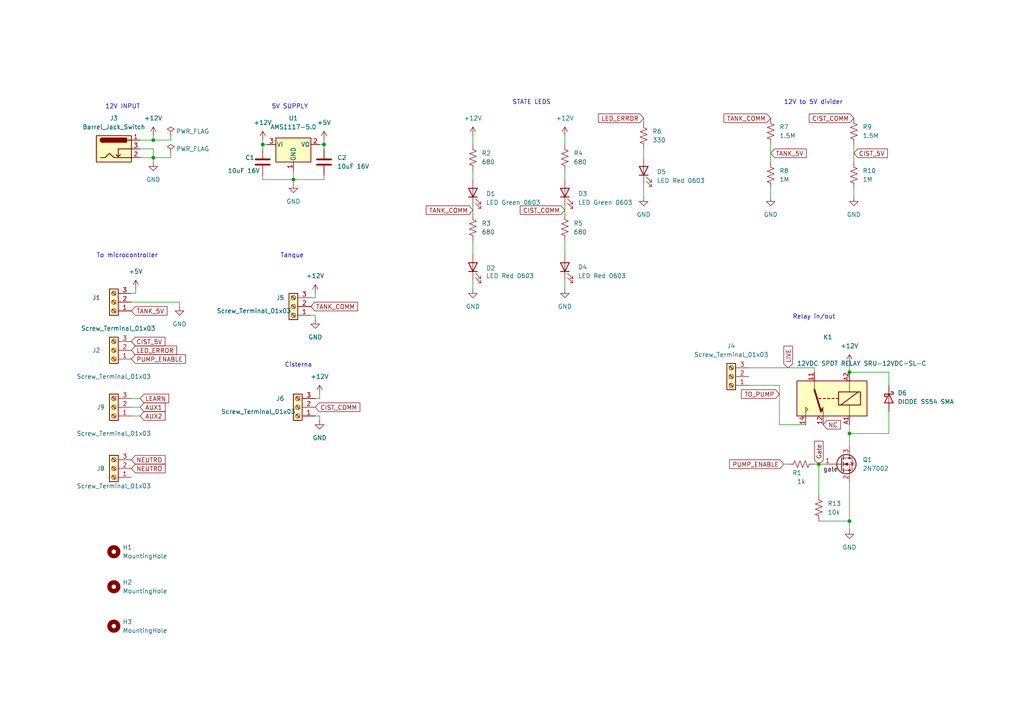
<source format=kicad_sch>
(kicad_sch (version 20211123) (generator eeschema)
  (paper "A4")
  (title_block (title "Water Pump Controller") (date "2022-12-13") (rev "0") (company "Rodrigo Maero"))
  (lib_symbols
    (symbol "Connector:Barrel_Jack_Switch" (pin_names hide)
      (property "Reference" "J" (at 0 5.334 0))
      (property "Value" "Barrel_Jack_Switch" (at 0 -5.08 0))
      (symbol "Barrel_Jack_Switch_0_1"
        (rectangle (start -5.08 3.81) (end 5.08 -3.81) (stroke (width 0.254)) (fill (type background)))
        (arc (start -3.302 3.175) (mid -3.937 2.54) (end -3.302 1.905) (stroke (width 0.254)))
        (arc (start -3.302 3.175) (mid -3.937 2.54) (end -3.302 1.905) (stroke (width 0.254)) (fill (type outline)))
        (polyline (pts (xy 1.27 -2.286) (xy 1.905 -1.651)) (stroke (width 0.254)))
        (polyline (pts (xy 5.08 2.54) (xy 3.81 2.54)) (stroke (width 0.254)))
        (polyline (pts (xy 5.08 0) (xy 1.27 0) (xy 1.27 -2.286) (xy 0.635 -1.651)) (stroke (width 0.254)))
        (polyline (pts (xy -3.81 -2.54) (xy -2.54 -2.54) (xy -1.27 -1.27) (xy 0 -2.54) (xy 2.54 -2.54) (xy 5.08 -2.54)) (stroke (width 0.254)))
        (rectangle (start 3.683 3.175) (end -3.302 1.905) (stroke (width 0.254)) (fill (type outline)))
      )
      (symbol "Barrel_Jack_Switch_1_1"
        (pin passive line (at 7.62 2.54 180) (length 2.54) (name "~") (number "1"))
        (pin passive line (at 7.62 -2.54 180) (length 2.54) (name "~") (number "2"))
        (pin passive line (at 7.62 0 180) (length 2.54) (name "~") (number "3"))
      )
    )
    (symbol "Connector:Screw_Terminal_01x03" (pin_names (offset 1.016) hide)
      (property "Reference" "J" (at 0 5.08 0))
      (property "Value" "Screw_Terminal_01x03" (at 0 -5.08 0))
      (symbol "Screw_Terminal_01x03_1_1"
        (rectangle (start -1.27 3.81) (end 1.27 -3.81) (stroke (width 0.254)) (fill (type background)))
        (circle (center 0 -2.54) (radius 0.635) (stroke (width 0.1524)))
        (polyline (pts (xy -0.5334 -2.2098) (xy 0.3302 -3.048)) (stroke (width 0.1524)))
        (polyline (pts (xy -0.5334 0.3302) (xy 0.3302 -0.508)) (stroke (width 0.1524)))
        (polyline (pts (xy -0.5334 2.8702) (xy 0.3302 2.032)) (stroke (width 0.1524)))
        (polyline (pts (xy -0.3556 -2.032) (xy 0.508 -2.8702)) (stroke (width 0.1524)))
        (polyline (pts (xy -0.3556 0.508) (xy 0.508 -0.3302)) (stroke (width 0.1524)))
        (polyline (pts (xy -0.3556 3.048) (xy 0.508 2.2098)) (stroke (width 0.1524)))
        (circle (center 0 0) (radius 0.635) (stroke (width 0.1524)))
        (circle (center 0 2.54) (radius 0.635) (stroke (width 0.1524)))
        (pin passive line (at -5.08 2.54 0) (length 3.81) (name "Pin_1") (number "1"))
        (pin passive line (at -5.08 0 0) (length 3.81) (name "Pin_2") (number "2"))
        (pin passive line (at -5.08 -2.54 0) (length 3.81) (name "Pin_3") (number "3"))
      )
    )
    (symbol "Device:C" (pin_numbers hide) (pin_names (offset 0.254))
      (property "Reference" "C" (at 0.635 2.54 0))
      (property "Value" "C" (at 0.635 -2.54 0))
      (symbol "C_0_1"
        (polyline (pts (xy -2.032 -0.762) (xy 2.032 -0.762)) (stroke (width 0.508)))
        (polyline (pts (xy -2.032 0.762) (xy 2.032 0.762)) (stroke (width 0.508)))
      )
      (symbol "C_1_1"
        (pin passive line (at 0 3.81 270) (length 2.794) (name "~") (number "1"))
        (pin passive line (at 0 -3.81 90) (length 2.794) (name "~") (number "2"))
      )
    )
    (symbol "Device:LED" (pin_numbers hide) (pin_names (offset 1.016) hide)
      (property "Reference" "D" (at 0 2.54 0))
      (property "Value" "LED" (at 0 -2.54 0))
      (symbol "LED_0_1"
        (polyline (pts (xy -1.27 -1.27) (xy -1.27 1.27)) (stroke (width 0.254)))
        (polyline (pts (xy -1.27 0) (xy 1.27 0)))
        (polyline (pts (xy 1.27 -1.27) (xy 1.27 1.27) (xy -1.27 0) (xy 1.27 -1.27)) (stroke (width 0.254)))
        (polyline (pts (xy -3.048 -0.762) (xy -4.572 -2.286) (xy -3.81 -2.286) (xy -4.572 -2.286) (xy -4.572 -1.524)))
        (polyline (pts (xy -1.778 -0.762) (xy -3.302 -2.286) (xy -2.54 -2.286) (xy -3.302 -2.286) (xy -3.302 -1.524)))
      )
      (symbol "LED_1_1"
        (pin passive line (at -3.81 0 0) (length 2.54) (name "K") (number "1"))
        (pin passive line (at 3.81 0 180) (length 2.54) (name "A") (number "2"))
      )
    )
    (symbol "Device:R_US" (pin_numbers hide) (pin_names (offset 0))
      (property "Reference" "R" (at 2.54 0 90))
      (property "Value" "R_US" (at -2.54 0 90))
      (symbol "R_US_0_1"
        (polyline (pts (xy 0 -2.286) (xy 0 -2.54)))
        (polyline (pts (xy 0 2.286) (xy 0 2.54)))
        (polyline (pts (xy 0 -0.762) (xy 1.016 -1.143) (xy 0 -1.524) (xy -1.016 -1.905) (xy 0 -2.286)))
        (polyline (pts (xy 0 0.762) (xy 1.016 0.381) (xy 0 0) (xy -1.016 -0.381) (xy 0 -0.762)))
        (polyline (pts (xy 0 2.286) (xy 1.016 1.905) (xy 0 1.524) (xy -1.016 1.143) (xy 0 0.762)))
      )
      (symbol "R_US_1_1"
        (pin passive line (at 0 3.81 270) (length 1.27) (name "~") (number "1"))
        (pin passive line (at 0 -3.81 90) (length 1.27) (name "~") (number "2"))
      )
    )
    (symbol "Diode:B150-E3" (pin_numbers hide) (pin_names hide)
      (property "Reference" "D" (at 0 2.54 0))
      (property "Value" "B150-E3" (at 0 -2.54 0))
      (symbol "B150-E3_0_1"
        (polyline (pts (xy 1.27 0) (xy -1.27 0)))
        (polyline (pts (xy 1.27 1.27) (xy 1.27 -1.27) (xy -1.27 0) (xy 1.27 1.27)) (stroke (width 0.254)))
        (polyline (pts (xy -1.905 0.635) (xy -1.905 1.27) (xy -1.27 1.27) (xy -1.27 -1.27) (xy -0.635 -1.27) (xy -0.635 -0.635)) (stroke (width 0.254)))
      )
      (symbol "B150-E3_1_1"
        (pin passive line (at -3.81 0 0) (length 2.54) (name "K") (number "1"))
        (pin passive line (at 3.81 0 180) (length 2.54) (name "A") (number "2"))
      )
    )
    (symbol "Mechanical:MountingHole" (pin_names (offset 1.016))
      (property "Reference" "H" (at 0 5.08 0))
      (property "Value" "MountingHole" (at 0 3.175 0))
      (symbol "MountingHole_0_1"
        (circle (center 0 0) (radius 1.27) (stroke (width 1.27)))
      )
    )
    (symbol "Regulator_Linear:AP1117-50" (pin_names (offset 0.254))
      (property "Reference" "U" (at -3.81 3.175 0))
      (property "Value" "AP1117-50" (at 0 3.175 0))
      (symbol "AP1117-50_0_1"
        (rectangle (start -5.08 -5.08) (end 5.08 1.905) (stroke (width 0.254)) (fill (type background)))
      )
      (symbol "AP1117-50_1_1"
        (pin power_in line (at 0 -7.62 90) (length 2.54) (name "GND") (number "1"))
        (pin power_out line (at 7.62 0 180) (length 2.54) (name "VO") (number "2"))
        (pin power_in line (at -7.62 0 0) (length 2.54) (name "VI") (number "3"))
      )
    )
    (symbol "Relay:FINDER-36.11"
      (property "Reference" "K" (at 11.43 3.81 0))
      (property "Value" "FINDER-36.11" (at 11.43 1.27 0))
      (symbol "FINDER-36.11_0_0"
        (polyline (pts (xy 2.54 3.81) (xy 2.54 5.08)))
        (polyline (pts (xy 7.62 3.81) (xy 7.62 5.08)))
        (polyline (pts (xy 7.62 3.81) (xy 7.62 2.54) (xy 6.985 3.175) (xy 7.62 3.81)))
      )
      (symbol "FINDER-36.11_0_1"
        (rectangle (start -10.16 5.08) (end 10.16 -5.08) (stroke (width 0.254)) (fill (type background)))
        (rectangle (start -8.255 1.905) (end -1.905 -1.905) (stroke (width 0.254)))
        (polyline (pts (xy -7.62 -1.905) (xy -2.54 1.905)) (stroke (width 0.254)))
        (polyline (pts (xy -5.08 -5.08) (xy -5.08 -1.905)))
        (polyline (pts (xy -5.08 5.08) (xy -5.08 1.905)))
        (polyline (pts (xy -1.905 0) (xy -1.27 0)) (stroke (width 0.254)))
        (polyline (pts (xy -0.635 0) (xy 0 0)) (stroke (width 0.254)))
        (polyline (pts (xy 0.635 0) (xy 1.27 0)) (stroke (width 0.254)))
        (polyline (pts (xy 0.635 0) (xy 1.27 0)) (stroke (width 0.254)))
        (polyline (pts (xy 1.905 0) (xy 2.54 0)) (stroke (width 0.254)))
        (polyline (pts (xy 3.175 0) (xy 3.81 0)) (stroke (width 0.254)))
        (polyline (pts (xy 5.08 -2.54) (xy 3.175 3.81)) (stroke (width 0.508)))
        (polyline (pts (xy 5.08 -2.54) (xy 5.08 -5.08)))
        (polyline (pts (xy 2.54 2.54) (xy 3.175 3.175) (xy 2.54 3.81)) (fill (type outline)))
      )
      (symbol "FINDER-36.11_1_1"
        (pin passive line (at 5.08 -7.62 90) (length 2.54) (name "~") (number "11"))
        (pin passive line (at 2.54 7.62 270) (length 2.54) (name "~") (number "12"))
        (pin passive line (at 7.62 7.62 270) (length 2.54) (name "~") (number "14"))
        (pin passive line (at -5.08 7.62 270) (length 2.54) (name "~") (number "A1"))
        (pin passive line (at -5.08 -7.62 90) (length 2.54) (name "~") (number "A2"))
      )
    )
    (symbol "Transistor_FET:BS170F" (pin_names hide)
      (property "Reference" "Q" (at 5.08 1.905 0))
      (property "Value" "BS170F" (at 5.08 0 0))
      (symbol "BS170F_0_1"
        (polyline (pts (xy 0.254 0) (xy -2.54 0)))
        (polyline (pts (xy 0.254 1.905) (xy 0.254 -1.905)) (stroke (width 0.254)))
        (polyline (pts (xy 0.762 -1.27) (xy 0.762 -2.286)) (stroke (width 0.254)))
        (polyline (pts (xy 0.762 0.508) (xy 0.762 -0.508)) (stroke (width 0.254)))
        (polyline (pts (xy 0.762 2.286) (xy 0.762 1.27)) (stroke (width 0.254)))
        (polyline (pts (xy 2.54 2.54) (xy 2.54 1.778)))
        (polyline (pts (xy 2.54 -2.54) (xy 2.54 0) (xy 0.762 0)))
        (polyline (pts (xy 0.762 -1.778) (xy 3.302 -1.778) (xy 3.302 1.778) (xy 0.762 1.778)))
        (polyline (pts (xy 1.016 0) (xy 2.032 0.381) (xy 2.032 -0.381) (xy 1.016 0)) (fill (type outline)))
        (polyline (pts (xy 2.794 0.508) (xy 2.921 0.381) (xy 3.683 0.381) (xy 3.81 0.254)))
        (polyline (pts (xy 3.302 0.381) (xy 2.921 -0.254) (xy 3.683 -0.254) (xy 3.302 0.381)))
        (circle (center 1.651 0) (radius 2.794) (stroke (width 0.254)))
        (circle (center 2.54 -1.778) (radius 0.254) (fill (type outline)))
        (circle (center 2.54 1.778) (radius 0.254) (fill (type outline)))
      )
      (symbol "BS170F_1_1"
        (pin input line (at -5.08 0 0) (length 2.54) (name "G") (number "1"))
        (pin passive line (at 2.54 -5.08 90) (length 2.54) (name "S") (number "2"))
        (pin passive line (at 2.54 5.08 270) (length 2.54) (name "D") (number "3"))
      )
    )
    (symbol "power:+12V" (power) (pin_names (offset 0))
      (property "Value" "+12V" (at 0 3.556 0))
      (symbol "+12V_0_1"
        (polyline (pts (xy -0.762 1.27) (xy 0 2.54)))
        (polyline (pts (xy 0 0) (xy 0 2.54)))
        (polyline (pts (xy 0 2.54) (xy 0.762 1.27)))
      )
      (symbol "+12V_1_1"
        (pin power_in line (at 0 0 90) (length 0) hide (name "+12V") (number "1"))
      )
    )
    (symbol "power:+5V" (power) (pin_names (offset 0))
      (property "Value" "+5V" (at 0 3.556 0))
      (symbol "+5V_0_1"
        (polyline (pts (xy -0.762 1.27) (xy 0 2.54)))
        (polyline (pts (xy 0 0) (xy 0 2.54)))
        (polyline (pts (xy 0 2.54) (xy 0.762 1.27)))
      )
      (symbol "+5V_1_1"
        (pin power_in line (at 0 0 90) (length 0) hide (name "+5V") (number "1"))
      )
    )
    (symbol "power:GND" (power) (pin_names (offset 0))
      (property "Value" "GND" (at 0 -3.81 0))
      (symbol "GND_0_1"
        (polyline (pts (xy 0 0) (xy 0 -1.27) (xy 1.27 -1.27) (xy 0 -2.54) (xy -1.27 -1.27) (xy 0 -1.27)))
      )
      (symbol "GND_1_1"
        (pin power_in line (at 0 0 270) (length 0) hide (name "GND") (number "1"))
      )
    )
    (symbol "power:PWR_FLAG" (power) (pin_numbers hide) (pin_names (offset 0) hide)
      (property "Value" "PWR_FLAG" (at 0 3.81 0))
      (symbol "PWR_FLAG_0_0"
        (pin power_out line (at 0 0 90) (length 0) (name "pwr") (number "1"))
      )
      (symbol "PWR_FLAG_0_1"
        (polyline (pts (xy 0 0) (xy 0 1.27) (xy -1.016 1.905) (xy 0 2.54) (xy 1.016 1.905) (xy 0 1.27)))
      )
    )
  )
  (junction (at 237.49 134.62))
  (junction (at 85.09 52.07))
  (junction (at 246.38 151.13))
  (junction (at 44.45 45.72))
  (junction (at 93.98 41.91))
  (junction (at 44.45 40.64))
  (junction (at 246.38 107.95))
  (junction (at 76.2 41.91))
  (junction (at 246.38 125.73))
  (wire (pts (xy 38.1 85.09) (xy 39.37 85.09)))
  (wire (pts (xy 38.1 87.63) (xy 52.07 87.63)))
  (wire (pts (xy 246.38 125.73) (xy 246.38 129.54)))
  (wire (pts (xy 90.17 86.36) (xy 91.44 86.36)))
  (wire (pts (xy 246.38 123.19) (xy 246.38 125.73)))
  (wire (pts (xy 137.16 59.69) (xy 137.16 62.23)))
  (wire (pts (xy 40.64 40.64) (xy 44.45 40.64)))
  (wire (pts (xy 91.44 91.44) (xy 91.44 92.71)))
  (wire (pts (xy 257.81 119.38) (xy 257.81 125.73)))
  (wire (pts (xy 76.2 52.07) (xy 85.09 52.07)))
  (wire (pts (xy 93.98 40.64) (xy 93.98 41.91)))
  (wire (pts (xy 246.38 105.41) (xy 246.38 107.95)))
  (wire (pts (xy 237.49 151.13) (xy 246.38 151.13)))
  (wire (pts (xy 52.07 87.63) (xy 52.07 88.9)))
  (wire (pts (xy 92.71 41.91) (xy 93.98 41.91)))
  (wire (pts (xy 163.83 39.37) (xy 163.83 41.91)))
  (wire (pts (xy 247.65 41.91) (xy 247.65 46.99)))
  (wire (pts (xy 85.09 52.07) (xy 85.09 53.34)))
  (wire (pts (xy 93.98 50.8) (xy 93.98 52.07)))
  (wire (pts (xy 227.33 134.62) (xy 228.6 134.62)))
  (wire (pts (xy 237.49 134.62) (xy 238.76 134.62)))
  (wire (pts (xy 85.09 49.53) (xy 85.09 52.07)))
  (wire (pts (xy 93.98 52.07) (xy 85.09 52.07)))
  (wire (pts (xy 38.1 115.57) (xy 40.64 115.57)))
  (wire (pts (xy 76.2 40.64) (xy 76.2 41.91)))
  (wire (pts (xy 257.81 125.73) (xy 246.38 125.73)))
  (wire (pts (xy 257.81 107.95) (xy 257.81 111.76)))
  (wire (pts (xy 44.45 43.18) (xy 40.64 43.18)))
  (wire (pts (xy 44.45 45.72) (xy 44.45 46.99)))
  (wire (pts (xy 236.22 134.62) (xy 237.49 134.62)))
  (wire (pts (xy 186.69 43.18) (xy 186.69 45.72)))
  (wire (pts (xy 137.16 69.85) (xy 137.16 73.66)))
  (wire (pts (xy 38.1 118.11) (xy 40.64 118.11)))
  (wire (pts (xy 226.06 123.19) (xy 233.68 123.19)))
  (wire (pts (xy 246.38 107.95) (xy 257.81 107.95)))
  (wire (pts (xy 217.17 111.76) (xy 226.06 111.76)))
  (wire (pts (xy 40.64 45.72) (xy 44.45 45.72)))
  (wire (pts (xy 236.22 106.68) (xy 236.22 107.95)))
  (wire (pts (xy 163.83 81.28) (xy 163.83 83.82)))
  (wire (pts (xy 137.16 39.37) (xy 137.16 41.91)))
  (wire (pts (xy 223.52 41.91) (xy 223.52 46.99)))
  (wire (pts (xy 163.83 69.85) (xy 163.83 73.66)))
  (wire (pts (xy 44.45 45.72) (xy 44.45 43.18)))
  (wire (pts (xy 92.71 121.92) (xy 92.71 120.65)))
  (wire (pts (xy 49.53 44.45) (xy 49.53 45.72)))
  (wire (pts (xy 49.53 39.37) (xy 49.53 40.64)))
  (wire (pts (xy 39.37 85.09) (xy 39.37 83.82)))
  (wire (pts (xy 237.49 134.62) (xy 237.49 143.51)))
  (wire (pts (xy 38.1 120.65) (xy 40.64 120.65)))
  (wire (pts (xy 44.45 40.64) (xy 49.53 40.64)))
  (wire (pts (xy 44.45 45.72) (xy 49.53 45.72)))
  (wire (pts (xy 91.44 86.36) (xy 91.44 85.09)))
  (wire (pts (xy 76.2 50.8) (xy 76.2 52.07)))
  (wire (pts (xy 186.69 53.34) (xy 186.69 57.15)))
  (wire (pts (xy 247.65 54.61) (xy 247.65 57.15)))
  (wire (pts (xy 217.17 106.68) (xy 236.22 106.68)))
  (wire (pts (xy 163.83 49.53) (xy 163.83 52.07)))
  (wire (pts (xy 76.2 41.91) (xy 77.47 41.91)))
  (wire (pts (xy 76.2 41.91) (xy 76.2 43.18)))
  (wire (pts (xy 186.69 34.29) (xy 186.69 35.56)))
  (wire (pts (xy 137.16 49.53) (xy 137.16 52.07)))
  (wire (pts (xy 91.44 115.57) (xy 92.71 115.57)))
  (wire (pts (xy 93.98 41.91) (xy 93.98 43.18)))
  (wire (pts (xy 44.45 39.37) (xy 44.45 40.64)))
  (wire (pts (xy 226.06 111.76) (xy 226.06 123.19)))
  (wire (pts (xy 92.71 115.57) (xy 92.71 114.3)))
  (wire (pts (xy 92.71 120.65) (xy 91.44 120.65)))
  (wire (pts (xy 223.52 54.61) (xy 223.52 57.15)))
  (wire (pts (xy 90.17 91.44) (xy 91.44 91.44)))
  (wire (pts (xy 163.83 59.69) (xy 163.83 62.23)))
  (wire (pts (xy 246.38 139.7) (xy 246.38 151.13)))
  (wire (pts (xy 137.16 81.28) (xy 137.16 83.82)))
  (wire (pts (xy 246.38 151.13) (xy 246.38 153.67)))
  (text "Relay in/out" (at 229.87 92.71 0) (effects (font (size 1.27 1.27)) (justify left bottom)))
  (text "Cisterna" (at 82.55 106.68 0) (effects (font (size 1.27 1.27)) (justify left bottom)))
  (text "To microcontroller\n" (at 27.94 74.93 0) (effects (font (size 1.27 1.27)) (justify left bottom)))
  (text "Tanque" (at 81.28 74.93 0) (effects (font (size 1.27 1.27)) (justify left bottom)))
  (text "12V INPUT" (at 30.48 31.75 0) (effects (font (size 1.27 1.27)) (justify left bottom)))
  (text "12V to 5V divider" (at 227.33 30.48 0) (effects (font (size 1.27 1.27)) (justify left bottom)))
  (text "5V SUPPLY" (at 78.74 31.75 0) (effects (font (size 1.27 1.27)) (justify left bottom)))
  (text "STATE LEDS" (at 148.59 30.48 0) (effects (font (size 1.27 1.27)) (justify left bottom)))
  (label "gate" (at 238.76 137.16 0))
  (global_label "CIST_COMM" (shape input) (at 91.44 118.11 0) (property "Intersheet References" "${INTERSHEET_REFS}" (effects hide)))
  (global_label "NEUTRO" (shape input) (at 38.1 133.35 0) (property "Intersheet References" "${INTERSHEET_REFS}" (effects hide)))
  (global_label "CIST_5V" (shape input) (at 38.1 99.06 0) (property "Intersheet References" "${INTERSHEET_REFS}" (effects hide)))
  (global_label "TANK_COMM" (shape input) (at 137.16 60.96 180) (property "Intersheet References" "${INTERSHEET_REFS}" (effects hide)))
  (global_label "PUMP_ENABLE" (shape input) (at 227.33 134.62 180) (property "Intersheet References" "${INTERSHEET_REFS}" (effects hide)))
  (global_label "TANK_COMM" (shape input) (at 223.52 34.29 180) (property "Intersheet References" "${INTERSHEET_REFS}" (effects hide)))
  (global_label "AUX2" (shape input) (at 40.64 120.65 0) (property "Intersheet References" "${INTERSHEET_REFS}" (effects hide)))
  (global_label "LED_ERROR" (shape input) (at 186.69 34.29 180) (property "Intersheet References" "${INTERSHEET_REFS}" (effects hide)))
  (global_label "LED_ERROR" (shape input) (at 38.1 101.6 0) (property "Intersheet References" "${INTERSHEET_REFS}" (effects hide)))
  (global_label "TANK_5V" (shape input) (at 38.1 90.17 0) (property "Intersheet References" "${INTERSHEET_REFS}" (effects hide)))
  (global_label "TANK_5V" (shape input) (at 223.52 44.45 0) (property "Intersheet References" "${INTERSHEET_REFS}" (effects hide)))
  (global_label "LEARN" (shape input) (at 40.64 115.57 0) (property "Intersheet References" "${INTERSHEET_REFS}" (effects hide)))
  (global_label "CIST_5V" (shape input) (at 247.65 44.45 0) (property "Intersheet References" "${INTERSHEET_REFS}" (effects hide)))
  (global_label "NEUTRO" (shape input) (at 38.1 135.89 0) (property "Intersheet References" "${INTERSHEET_REFS}" (effects hide)))
  (global_label "PUMP_ENABLE" (shape input) (at 38.1 104.14 0) (property "Intersheet References" "${INTERSHEET_REFS}" (effects hide)))
  (global_label "CIST_COMM" (shape input) (at 247.65 34.29 180) (property "Intersheet References" "${INTERSHEET_REFS}" (effects hide)))
  (global_label "AUX1" (shape input) (at 40.64 118.11 0) (property "Intersheet References" "${INTERSHEET_REFS}" (effects hide)))
  (global_label "TO_PUMP" (shape input) (at 226.06 114.3 180) (property "Intersheet References" "${INTERSHEET_REFS}" (effects hide)))
  (global_label "NC" (shape input) (at 238.76 123.19 0) (property "Intersheet References" "${INTERSHEET_REFS}" (effects hide)))
  (global_label "CIST_COMM" (shape input) (at 163.83 60.96 180) (property "Intersheet References" "${INTERSHEET_REFS}" (effects hide)))
  (global_label "LIVE" (shape input) (at 228.6 106.68 90) (property "Intersheet References" "${INTERSHEET_REFS}" (effects hide)))
  (global_label "TANK_COMM" (shape input) (at 90.17 88.9 0) (property "Intersheet References" "${INTERSHEET_REFS}" (effects hide)))
  (global_label "Gate" (shape input) (at 237.49 134.62 90) (property "Intersheet References" "${INTERSHEET_REFS}" (effects hide)))
  (symbol (lib_id "power:GND") (at 246.38 153.67 0) (unit 1)
    (property "Reference" "#PWR010" (effects hide))
    (property "Value" "GND" (at 246.38 158.75 0))
  )
  (symbol (lib_id "power:+12V") (at 163.83 39.37 0) (unit 1)
    (property "Reference" "#PWR016" (effects hide))
    (property "Value" "+12V" (at 163.83 34.29 0))
  )
  (symbol (lib_id "power:GND") (at 247.65 57.15 0) (unit 1)
    (property "Reference" "#PWR020" (effects hide))
    (property "Value" "GND" (at 247.65 62.23 0))
  )
  (symbol (lib_id "Device:R_US") (at 247.65 38.1 0) (unit 1)
    (property "Reference" "R9" (at 250.19 36.8299 0) (effects (justify left)))
    (property "Value" "1.5M" (at 250.19 39.3699 0) (effects (justify left)))
    (property "Footprint" "Resistor_SMD:R_0603_1608Metric" (effects hide))
  )
  (symbol (lib_id "power:+5V") (at 39.37 83.82 0) (unit 1)
    (property "Reference" "#PWR01" (effects hide))
    (property "Value" "+5V" (at 39.37 78.74 0))
  )
  (symbol (lib_id "power:GND") (at 163.83 83.82 0) (unit 1)
    (property "Reference" "#PWR017" (effects hide))
    (property "Value" "GND" (at 163.83 88.9 0))
  )
  (symbol (lib_id "Device:R_US") (at 247.65 50.8 0) (unit 1)
    (property "Reference" "R10" (at 250.19 49.5299 0) (effects (justify left)))
    (property "Value" "1M" (at 250.19 52.0699 0) (effects (justify left)))
    (property "Footprint" "Resistor_SMD:R_0603_1608Metric" (effects hide))
  )
  (symbol (lib_id "power:GND") (at 137.16 83.82 0) (unit 1)
    (property "Reference" "#PWR013" (effects hide))
    (property "Value" "GND" (at 137.16 88.9 0))
  )
  (symbol (lib_id "Transistor_FET:BS170F") (at 243.84 134.62 0) (unit 1)
    (property "Reference" "Q1" (at 250.19 133.3499 0) (effects (justify left)))
    (property "Value" "2N7002" (at 250.19 135.8899 0) (effects (justify left)))
    (property "Footprint" "Package_TO_SOT_SMD:SOT-23" (effects hide))
    (property "Datasheet" "https://ar.mouser.com/datasheet/2/916/2N7002H-2909812.pdf" (effects hide))
  )
  (symbol (lib_id "Mechanical:MountingHole") (at 33.02 170.18 0) (unit 1)
    (property "Reference" "H2" (at 35.56 168.9099 0) (effects (justify left)))
    (property "Value" "MountingHole" (at 35.56 171.4499 0) (effects (justify left)))
    (property "Footprint" "MountingHole:MountingHole_3.2mm_M3" (effects hide))
  )
  (symbol (lib_id "Device:R_US") (at 232.41 134.62 90) (unit 1)
    (property "Reference" "R1" (at 231.14 137.16 90))
    (property "Value" "1k" (at 232.41 139.7 90))
    (property "Footprint" "Resistor_SMD:R_0603_1608Metric" (effects hide))
  )
  (symbol (lib_id "power:GND") (at 85.09 53.34 0) (unit 1)
    (property "Reference" "#PWR014" (effects hide))
    (property "Value" "GND" (at 85.09 58.42 0))
  )
  (symbol (lib_id "Relay:FINDER-36.11") (at 241.3 115.57 180) (unit 1)
    (property "Reference" "K1" (at 238.76 97.79 0) (effects (justify right)))
    (property "Value" "12VDC SPDT RELAY SRU-12VDC-SL-C" (at 231.14 105.41 0) (effects (justify right)))
    (property "Footprint" "Relay_THT:Relay_SPDT_Finder_36.11" (effects hide))
    (property "Datasheet" "https://gfinder.findernet.com/public/attachments/36/EN/S36EN.pdf" (effects hide))
  )
  (symbol (lib_id "Connector:Screw_Terminal_01x03") (at 33.02 135.89 180) (unit 1)
    (property "Reference" "J8" (at 29.21 135.89 0))
    (property "Value" "Screw_Terminal_01x03" (at 33.02 140.97 0))
    (property "Footprint" "TerminalBlock:TerminalBlock_bornier-3_P5.08mm" (effects hide))
  )
  (symbol (lib_id "Mechanical:MountingHole") (at 33.02 181.61 0) (unit 1)
    (property "Reference" "H3" (at 35.56 180.3399 0) (effects (justify left)))
    (property "Value" "MountingHole" (at 35.56 182.8799 0) (effects (justify left)))
    (property "Footprint" "MountingHole:MountingHole_3.2mm_M3" (effects hide))
  )
  (symbol (lib_id "Mechanical:MountingHole") (at 33.02 160.02 0) (unit 1)
    (property "Reference" "H1" (at 35.56 158.7499 0) (effects (justify left)))
    (property "Value" "MountingHole" (at 35.56 161.2899 0) (effects (justify left)))
    (property "Footprint" "MountingHole:MountingHole_3.2mm_M3" (effects hide))
  )
  (symbol (lib_id "Device:LED") (at 163.83 77.47 90) (unit 1)
    (property "Reference" "D4" (at 167.64 77.47 90) (effects (justify right)))
    (property "Value" "LED Red 0603" (at 167.64 80.01 90) (effects (justify right)))
    (property "Footprint" "LED_SMD:LED_0603_1608Metric" (effects hide))
  )
  (symbol (lib_id "Connector:Screw_Terminal_01x03") (at 33.02 101.6 180) (unit 1)
    (property "Reference" "J2" (at 27.94 101.6 0))
    (property "Value" "Screw_Terminal_01x03" (at 33.02 109.22 0))
    (property "Footprint" "TerminalBlock:TerminalBlock_bornier-3_P5.08mm" (effects hide))
  )
  (symbol (lib_id "Device:R_US") (at 223.52 50.8 0) (unit 1)
    (property "Reference" "R8" (at 226.06 49.5299 0) (effects (justify left)))
    (property "Value" "1M" (at 226.06 52.0699 0) (effects (justify left)))
    (property "Footprint" "Resistor_SMD:R_0603_1608Metric" (effects hide))
  )
  (symbol (lib_id "power:+12V") (at 44.45 39.37 0) (unit 1)
    (property "Reference" "#PWR02" (effects hide))
    (property "Value" "+12V" (at 44.45 34.29 0))
  )
  (symbol (lib_id "Device:R_US") (at 163.83 66.04 0) (unit 1)
    (property "Reference" "R5" (at 166.37 64.7699 0) (effects (justify left)))
    (property "Value" "680" (at 166.37 67.3099 0) (effects (justify left)))
    (property "Footprint" "Resistor_SMD:R_0603_1608Metric" (effects hide))
  )
  (symbol (lib_id "power:GND") (at 44.45 46.99 0) (unit 1)
    (property "Reference" "#PWR03" (effects hide))
    (property "Value" "GND" (at 44.45 52.07 0))
  )
  (symbol (lib_id "Connector:Screw_Terminal_01x03") (at 86.36 118.11 180) (unit 1)
    (property "Reference" "J6" (at 81.28 115.57 0))
    (property "Value" "Screw_Terminal_01x03" (at 74.93 119.38 0))
    (property "Footprint" "TerminalBlock:TerminalBlock_bornier-3_P5.08mm" (effects hide))
  )
  (symbol (lib_id "power:+5V") (at 93.98 40.64 0) (unit 1)
    (property "Reference" "#PWR015" (effects hide))
    (property "Value" "+5V" (at 93.98 35.56 0))
  )
  (symbol (lib_id "Device:LED") (at 186.69 49.53 90) (unit 1)
    (property "Reference" "D5" (at 190.5 49.8474 90) (effects (justify right)))
    (property "Value" "LED Red 0603" (at 190.5 52.3874 90) (effects (justify right)))
    (property "Footprint" "LED_SMD:LED_0603_1608Metric" (effects hide))
  )
  (symbol (lib_id "power:GND") (at 223.52 57.15 0) (unit 1)
    (property "Reference" "#PWR019" (effects hide))
    (property "Value" "GND" (at 223.52 62.23 0))
  )
  (symbol (lib_id "Diode:B150-E3") (at 257.81 115.57 270) (unit 1)
    (property "Reference" "D6" (at 260.35 113.9824 90) (effects (justify left)))
    (property "Value" "DIODE SS54 SMA" (at 260.35 116.5224 90) (effects (justify left)))
    (property "Footprint" "Diode_SMD:D_SMA" (effects hide))
    (property "Datasheet" "http://www.vishay.com/docs/88946/b120.pdf" (effects hide))
  )
  (symbol (lib_id "power:+12V") (at 76.2 40.64 0) (unit 1)
    (property "Reference" "#PWR011" (effects hide))
    (property "Value" "+12V" (at 76.2 35.56 0))
  )
  (symbol (lib_id "Device:R_US") (at 223.52 38.1 0) (unit 1)
    (property "Reference" "R7" (at 226.06 36.8299 0) (effects (justify left)))
    (property "Value" "1.5M" (at 226.06 39.3699 0) (effects (justify left)))
    (property "Footprint" "Resistor_SMD:R_0603_1608Metric" (effects hide))
  )
  (symbol (lib_id "Device:LED") (at 163.83 55.88 90) (unit 1)
    (property "Reference" "D3" (at 167.64 56.1974 90) (effects (justify right)))
    (property "Value" "LED Green 0603" (at 167.64 58.7374 90) (effects (justify right)))
    (property "Footprint" "LED_SMD:LED_0603_1608Metric" (effects hide))
  )
  (symbol (lib_id "Device:R_US") (at 137.16 66.04 0) (unit 1)
    (property "Reference" "R3" (at 139.7 64.7699 0) (effects (justify left)))
    (property "Value" "680" (at 139.7 67.3099 0) (effects (justify left)))
    (property "Footprint" "Resistor_SMD:R_0603_1608Metric" (effects hide))
  )
  (symbol (lib_id "power:PWR_FLAG") (at 49.53 44.45 0) (unit 1)
    (property "Reference" "#FLG0102" (effects hide))
    (property "Value" "PWR_FLAG" (at 55.88 43.18 0))
  )
  (symbol (lib_id "Regulator_Linear:AP1117-50") (at 85.09 41.91 0) (unit 1)
    (property "Reference" "U1" (at 85.09 34.29 0))
    (property "Value" "AMS1117-5.0" (at 85.09 36.83 0))
    (property "Footprint" "Package_TO_SOT_SMD:SOT-223-3_TabPin2" (effects hide))
    (property "Datasheet" "http://www.diodes.com/datasheets/AP1117.pdf" (effects hide))
  )
  (symbol (lib_id "Device:R_US") (at 237.49 147.32 0) (unit 1)
    (property "Reference" "R13" (at 240.03 146.0499 0) (effects (justify left)))
    (property "Value" "10k" (at 240.03 148.59 0) (effects (justify left)))
    (property "Footprint" "Resistor_SMD:R_0603_1608Metric" (effects hide))
  )
  (symbol (lib_id "power:PWR_FLAG") (at 49.53 39.37 0) (unit 1)
    (property "Reference" "#FLG0101" (effects hide))
    (property "Value" "PWR_FLAG" (at 55.88 38.1 0))
  )
  (symbol (lib_id "power:GND") (at 186.69 57.15 0) (unit 1)
    (property "Reference" "#PWR018" (effects hide))
    (property "Value" "GND" (at 186.69 62.23 0))
  )
  (symbol (lib_id "Device:LED") (at 137.16 77.47 90) (unit 1)
    (property "Reference" "D2" (at 140.97 77.7874 90) (effects (justify right)))
    (property "Value" "LED Red 0603" (at 140.97 80.01 90) (effects (justify right)))
    (property "Footprint" "LED_SMD:LED_0603_1608Metric" (effects hide))
  )
  (symbol (lib_id "power:+12V") (at 92.71 114.3 0) (unit 1)
    (property "Reference" "#PWR07" (effects hide))
    (property "Value" "+12V" (at 92.71 109.22 0))
  )
  (symbol (lib_id "Device:R_US") (at 137.16 45.72 0) (unit 1)
    (property "Reference" "R2" (at 139.7 44.4499 0) (effects (justify left)))
    (property "Value" "680" (at 139.7 46.9899 0) (effects (justify left)))
    (property "Footprint" "Resistor_SMD:R_0603_1608Metric" (effects hide))
  )
  (symbol (lib_id "Connector:Barrel_Jack_Switch") (at 33.02 43.18 0) (unit 1)
    (property "Reference" "J3" (at 33.02 34.29 0))
    (property "Value" "Barrel_Jack_Switch" (at 33.02 36.83 0))
    (property "Footprint" "Connector_BarrelJack:BarrelJack_Kycon_KLDX-0202-xC_Horizontal" (effects hide))
  )
  (symbol (lib_id "Connector:Screw_Terminal_01x03") (at 33.02 87.63 180) (unit 1)
    (property "Reference" "J1" (at 27.94 86.36 0))
    (property "Value" "Screw_Terminal_01x03" (at 34.29 95.25 0))
    (property "Footprint" "TerminalBlock:TerminalBlock_bornier-3_P5.08mm" (effects hide))
  )
  (symbol (lib_id "Connector:Screw_Terminal_01x03") (at 212.09 109.22 180) (unit 1)
    (property "Reference" "J4" (at 212.09 100.33 0))
    (property "Value" "Screw_Terminal_01x03" (at 212.09 102.87 0))
    (property "Footprint" "TerminalBlock:TerminalBlock_bornier-3_P5.08mm" (effects hide))
  )
  (symbol (lib_id "power:+12V") (at 91.44 85.09 0) (unit 1)
    (property "Reference" "#PWR05" (effects hide))
    (property "Value" "+12V" (at 91.44 80.01 0))
  )
  (symbol (lib_id "power:+12V") (at 137.16 39.37 0) (unit 1)
    (property "Reference" "#PWR012" (effects hide))
    (property "Value" "+12V" (at 137.16 34.29 0))
  )
  (symbol (lib_id "Device:LED") (at 137.16 55.88 90) (unit 1)
    (property "Reference" "D1" (at 140.97 56.1974 90) (effects (justify right)))
    (property "Value" "LED Green 0603" (at 140.97 58.7374 90) (effects (justify right)))
    (property "Footprint" "LED_SMD:LED_0603_1608Metric" (effects hide))
  )
  (symbol (lib_id "power:+12V") (at 246.38 105.41 0) (unit 1)
    (property "Reference" "#PWR09" (effects hide))
    (property "Value" "+12V" (at 246.38 100.33 0))
  )
  (symbol (lib_id "Connector:Screw_Terminal_01x03") (at 33.02 118.11 180) (unit 1)
    (property "Reference" "J9" (at 29.21 118.11 0))
    (property "Value" "Screw_Terminal_01x03" (at 33.02 125.73 0))
    (property "Footprint" "TerminalBlock:TerminalBlock_bornier-3_P5.08mm" (effects hide))
  )
  (symbol (lib_id "Connector:Screw_Terminal_01x03") (at 85.09 88.9 180) (unit 1)
    (property "Reference" "J5" (at 81.28 86.36 0))
    (property "Value" "Screw_Terminal_01x03" (at 73.66 90.17 0))
    (property "Footprint" "TerminalBlock:TerminalBlock_bornier-3_P5.08mm" (effects hide))
  )
  (symbol (lib_id "Device:R_US") (at 186.69 39.37 0) (unit 1)
    (property "Reference" "R6" (at 189.23 38.0999 0) (effects (justify left)))
    (property "Value" "330" (at 189.23 40.6399 0) (effects (justify left)))
    (property "Footprint" "Resistor_SMD:R_0603_1608Metric" (effects hide))
  )
  (symbol (lib_id "Device:C") (at 93.98 46.99 0) (unit 1)
    (property "Reference" "C2" (at 97.79 45.7199 0) (effects (justify left)))
    (property "Value" "10uF 16V" (at 97.79 48.2599 0) (effects (justify left)))
    (property "Footprint" "Capacitor_SMD:C_0603_1608Metric_Pad1.08x0.95mm_HandSolder" (effects hide))
  )
  (symbol (lib_id "power:GND") (at 91.44 92.71 0) (unit 1)
    (property "Reference" "#PWR06" (effects hide))
    (property "Value" "GND" (at 91.44 97.79 0))
  )
  (symbol (lib_id "power:GND") (at 52.07 88.9 0) (unit 1)
    (property "Reference" "#PWR04" (effects hide))
    (property "Value" "GND" (at 52.07 93.98 0))
  )
  (symbol (lib_id "Device:C") (at 76.2 46.99 0) (unit 1)
    (property "Reference" "C1" (at 71.12 45.72 0) (effects (justify left)))
    (property "Value" "10uF 16V" (at 66.04 49.53 0) (effects (justify left)))
    (property "Footprint" "Capacitor_SMD:C_0603_1608Metric_Pad1.08x0.95mm_HandSolder" (effects hide))
  )
  (symbol (lib_id "power:GND") (at 92.71 121.92 0) (unit 1)
    (property "Reference" "#PWR08" (effects hide))
    (property "Value" "GND" (at 92.71 127 0))
  )
  (symbol (lib_id "Device:R_US") (at 163.83 45.72 0) (unit 1)
    (property "Reference" "R4" (at 166.37 44.4499 0) (effects (justify left)))
    (property "Value" "680" (at 166.37 46.9899 0) (effects (justify left)))
    (property "Footprint" "Resistor_SMD:R_0603_1608Metric" (effects hide))
  )
  (sheet (at 0 223.52) (size 297.18 180.34) (stroke (width 0.1524))
    (property "Sheet name" "Untitled Sheet" (at 0 222.8084 0) (effects (justify left bottom)))
    (property "Sheet file" "untitled.kicad_sch" (at 0 404.4446 0) (effects (justify left top)))
  )
)
</source>
